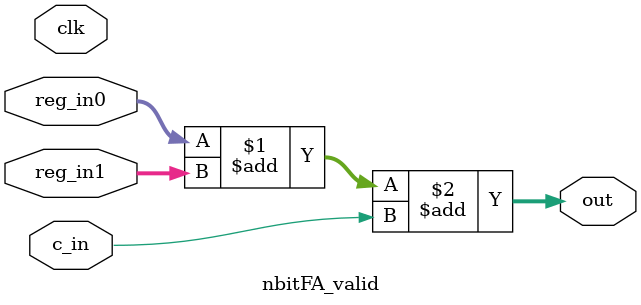
<source format=v>
`timescale 1ns / 1ps


module nbitFA_valid

    # (    parameter N = 32)

    (output [N-1:0] out, input clk, input [N-1:0] reg_in0, input [N-1:0] reg_in1, input c_in);

    assign out = reg_in0 + reg_in1 + c_in;


endmodule

</source>
